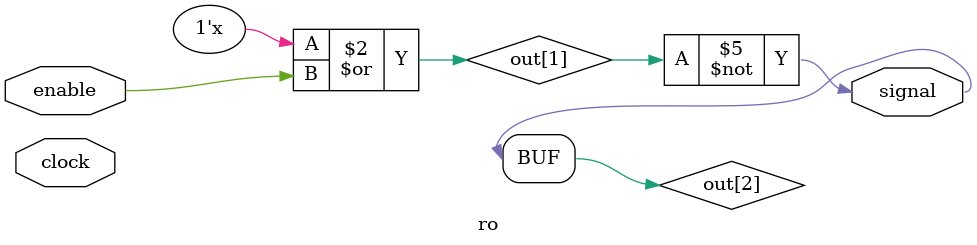
<source format=v>
`default_nettype none

module ro #(parameter SIZE = 3, DELAY = 2) (
  input wire enable,
  input wire clock,
  output wire signal);

	wire out[SIZE-1:0];
  wire init_val;

  nor #(DELAY) (out[0], out[SIZE-1], enable);

	genvar i;
	generate
		for (i = 0; i < SIZE - 1; i = i + 1) begin: not_gates
			not #(DELAY) (out[i+1], out[i]);
		end
	endgenerate

  assign signal = out[SIZE-1];

endmodule

</source>
